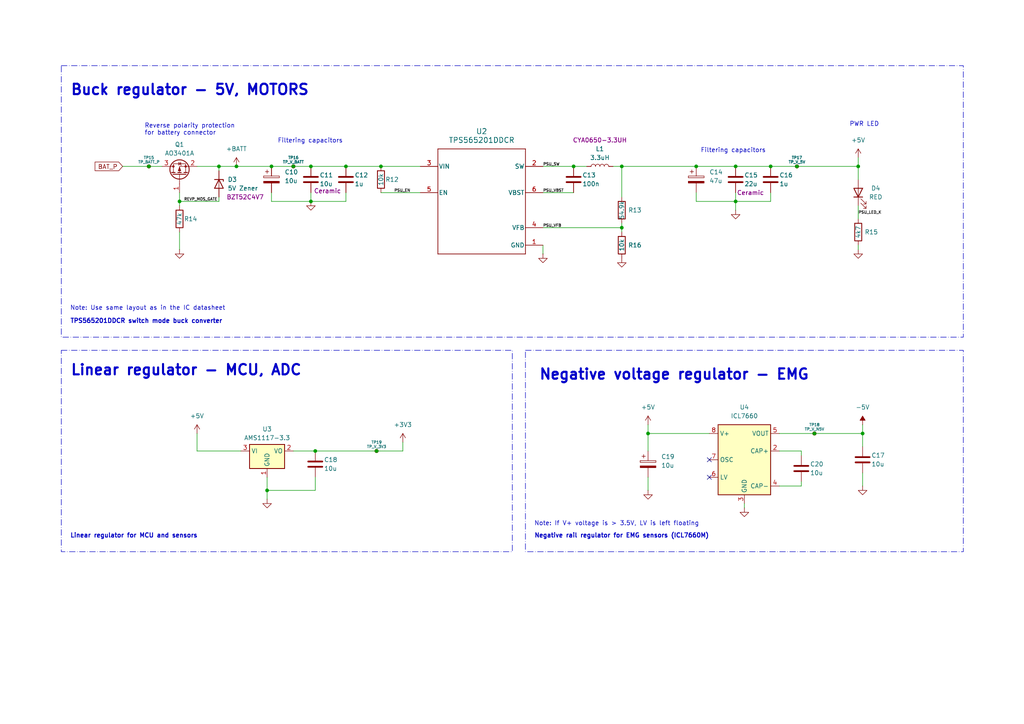
<source format=kicad_sch>
(kicad_sch (version 20231120) (generator "eeschema") (generator_version "8.0")
  (paper "A4")
  (title_block (title "OpenHand prosthetic hand controller project") (date "2024-01-31") (rev "v1.0") (comment 1 "Aleksa Heler"))
  (lib_symbols
    (symbol "+3V3_1" (power) (pin_numbers hide) (pin_names (offset 0) hide)
      (property "Value" "+3V3" (at 0 3.556 0))
      (symbol "+3V3_1_0_1"
        (polyline (pts (xy -0.762 1.27) (xy 0 2.54)))
        (polyline (pts (xy 0 0) (xy 0 2.54)))
        (polyline (pts (xy 0 2.54) (xy 0.762 1.27)))
      )
      (symbol "+3V3_1_1_1"
        (pin power_in line (at 0 0 90) (length 0) (name "~") (number "1"))
      )
    )
    (symbol "AO3401A_1" (pin_names hide)
      (property "Reference" "Q" (at 5.08 1.905 0))
      (property "Value" "AO3401A" (at 5.08 0 0))
      (symbol "AO3401A_1_0_1"
        (polyline (pts (xy 0.254 0) (xy -2.54 0)))
        (polyline (pts (xy 0.254 1.905) (xy 0.254 -1.905)) (stroke (width 0.254)))
        (polyline (pts (xy 0.762 -1.27) (xy 0.762 -2.286)) (stroke (width 0.254)))
        (polyline (pts (xy 0.762 0.508) (xy 0.762 -0.508)) (stroke (width 0.254)))
        (polyline (pts (xy 0.762 2.286) (xy 0.762 1.27)) (stroke (width 0.254)))
        (polyline (pts (xy 2.54 2.54) (xy 2.54 1.778)))
        (polyline (pts (xy 2.54 -2.54) (xy 2.54 0) (xy 0.762 0)))
        (polyline (pts (xy 0.762 1.778) (xy 3.302 1.778) (xy 3.302 -1.778) (xy 0.762 -1.778)))
        (polyline (pts (xy 2.286 0) (xy 1.27 0.381) (xy 1.27 -0.381) (xy 2.286 0)) (fill (type outline)))
        (polyline (pts (xy 2.794 -0.508) (xy 2.921 -0.381) (xy 3.683 -0.381) (xy 3.81 -0.254)))
        (polyline (pts (xy 3.302 -0.381) (xy 2.921 0.254) (xy 3.683 0.254) (xy 3.302 -0.381)))
        (circle (center 1.651 0) (radius 2.794) (stroke (width 0.254)))
        (circle (center 2.54 -1.778) (radius 0.254) (fill (type outline)))
        (circle (center 2.54 1.778) (radius 0.254) (fill (type outline)))
      )
      (symbol "AO3401A_1_1_1"
        (pin input line (at -5.08 0 0) (length 2.54) (name "G") (number "1"))
        (pin passive line (at 2.54 -5.08 90) (length 2.54) (name "S") (number "2"))
        (pin passive line (at 2.54 5.08 270) (length 2.54) (name "D") (number "3"))
      )
    )
    (symbol "Connector:TestPoint_Small" (pin_numbers hide) (pin_names (offset 0.762) hide)
      (property "Reference" "TP" (at 0 3.81 0))
      (property "Value" "TestPoint_Small" (at 0 2.032 0))
      (symbol "TestPoint_Small_0_1"
        (circle (center 0 0) (radius 0.508))
      )
      (symbol "TestPoint_Small_1_1"
        (pin passive line (at 0 0 90) (length 0) (name "1") (number "1"))
      )
    )
    (symbol "Device:C" (pin_numbers hide) (pin_names (offset 0.254))
      (property "Reference" "C" (at 0.635 2.54 0))
      (property "Value" "C" (at 0.635 -2.54 0))
      (symbol "C_0_1"
        (polyline (pts (xy -2.032 -0.762) (xy 2.032 -0.762)) (stroke (width 0.508)))
        (polyline (pts (xy -2.032 0.762) (xy 2.032 0.762)) (stroke (width 0.508)))
      )
      (symbol "C_1_1"
        (pin passive line (at 0 3.81 270) (length 2.794) (name "~") (number "1"))
        (pin passive line (at 0 -3.81 90) (length 2.794) (name "~") (number "2"))
      )
    )
    (symbol "Device:C_Polarized" (pin_numbers hide) (pin_names (offset 0.254))
      (property "Reference" "C" (at 0.635 2.54 0))
      (property "Value" "C_Polarized" (at 0.635 -2.54 0))
      (symbol "C_Polarized_0_1"
        (rectangle (start -2.286 0.508) (end 2.286 1.016))
        (polyline (pts (xy -1.778 2.286) (xy -0.762 2.286)))
        (polyline (pts (xy -1.27 2.794) (xy -1.27 1.778)))
        (rectangle (start 2.286 -0.508) (end -2.286 -1.016) (fill (type outline)))
      )
      (symbol "C_Polarized_1_1"
        (pin passive line (at 0 3.81 270) (length 2.794) (name "~") (number "1"))
        (pin passive line (at 0 -3.81 90) (length 2.794) (name "~") (number "2"))
      )
    )
    (symbol "Device:D_Zener" (pin_numbers hide) (pin_names (offset 1.016) hide)
      (property "Reference" "D" (at 0 2.54 0))
      (property "Value" "D_Zener" (at 0 -2.54 0))
      (symbol "D_Zener_0_1"
        (polyline (pts (xy 1.27 0) (xy -1.27 0)))
        (polyline (pts (xy -1.27 -1.27) (xy -1.27 1.27) (xy -0.762 1.27)) (stroke (width 0.254)))
        (polyline (pts (xy 1.27 -1.27) (xy 1.27 1.27) (xy -1.27 0) (xy 1.27 -1.27)) (stroke (width 0.254)))
      )
      (symbol "D_Zener_1_1"
        (pin passive line (at -3.81 0 0) (length 2.54) (name "K") (number "1"))
        (pin passive line (at 3.81 0 180) (length 2.54) (name "A") (number "2"))
      )
    )
    (symbol "Device:L" (pin_numbers hide) (pin_names (offset 1.016) hide)
      (property "Reference" "L" (at -1.27 0 90))
      (property "Value" "L" (at 1.905 0 90))
      (symbol "L_0_1"
        (arc (start 0 -2.54) (mid 0.6323 -1.905) (end 0 -1.27))
        (arc (start 0 -1.27) (mid 0.6323 -0.635) (end 0 0))
        (arc (start 0 0) (mid 0.6323 0.635) (end 0 1.27))
        (arc (start 0 1.27) (mid 0.6323 1.905) (end 0 2.54))
      )
      (symbol "L_1_1"
        (pin passive line (at 0 3.81 270) (length 1.27) (name "1") (number "1"))
        (pin passive line (at 0 -3.81 90) (length 1.27) (name "2") (number "2"))
      )
    )
    (symbol "Device:LED" (pin_numbers hide) (pin_names (offset 1.016) hide)
      (property "Reference" "D" (at 0 2.54 0))
      (property "Value" "LED" (at 0 -2.54 0))
      (symbol "LED_0_1"
        (polyline (pts (xy -1.27 -1.27) (xy -1.27 1.27)) (stroke (width 0.254)))
        (polyline (pts (xy -1.27 0) (xy 1.27 0)))
        (polyline (pts (xy 1.27 -1.27) (xy 1.27 1.27) (xy -1.27 0) (xy 1.27 -1.27)) (stroke (width 0.254)))
        (polyline (pts (xy -3.048 -0.762) (xy -4.572 -2.286) (xy -3.81 -2.286) (xy -4.572 -2.286) (xy -4.572 -1.524)))
        (polyline (pts (xy -1.778 -0.762) (xy -3.302 -2.286) (xy -2.54 -2.286) (xy -3.302 -2.286) (xy -3.302 -1.524)))
      )
      (symbol "LED_1_1"
        (pin passive line (at -3.81 0 0) (length 2.54) (name "K") (number "1"))
        (pin passive line (at 3.81 0 180) (length 2.54) (name "A") (number "2"))
      )
    )
    (symbol "Device:R" (pin_numbers hide) (pin_names (offset 0))
      (property "Reference" "R" (at 2.032 0 90))
      (property "Value" "R" (at 0 0 90))
      (symbol "R_0_1"
        (rectangle (start -1.016 -2.54) (end 1.016 2.54) (stroke (width 0.254)))
      )
      (symbol "R_1_1"
        (pin passive line (at 0 3.81 270) (length 1.27) (name "~") (number "1"))
        (pin passive line (at 0 -3.81 90) (length 1.27) (name "~") (number "2"))
      )
    )
    (symbol "Regulator_Linear:AMS1117-3.3"
      (property "Reference" "U" (at -3.81 3.175 0))
      (property "Value" "AMS1117-3.3" (at 0 3.175 0))
      (symbol "AMS1117-3.3_0_1"
        (rectangle (start -5.08 -5.08) (end 5.08 1.905) (stroke (width 0.254)) (fill (type background)))
      )
      (symbol "AMS1117-3.3_1_1"
        (pin power_in line (at 0 -7.62 90) (length 2.54) (name "GND") (number "1"))
        (pin power_out line (at 7.62 0 180) (length 2.54) (name "VO") (number "2"))
        (pin power_in line (at -7.62 0 0) (length 2.54) (name "VI") (number "3"))
      )
    )
    (symbol "Regulator_SwitchedCapacitor:ICL7660"
      (property "Reference" "U" (at -6.35 11.43 0))
      (property "Value" "ICL7660" (at 3.81 11.43 0))
      (symbol "ICL7660_0_1"
        (rectangle (start -7.62 10.16) (end 7.62 -10.16) (stroke (width 0.254)) (fill (type background)))
      )
      (symbol "ICL7660_1_1"
        (pin no_connect line (at -7.62 5.08 0) (length 2.54) hide (name "NC") (number "1"))
        (pin input line (at 10.16 2.54 180) (length 2.54) (name "CAP+") (number "2"))
        (pin power_in line (at 0 -12.7 90) (length 2.54) (name "GND") (number "3"))
        (pin input line (at 10.16 -7.62 180) (length 2.54) (name "CAP-") (number "4"))
        (pin power_out line (at 10.16 7.62 180) (length 2.54) (name "VOUT") (number "5"))
        (pin input line (at -10.16 -5.08 0) (length 2.54) (name "LV") (number "6"))
        (pin input line (at -10.16 0 0) (length 2.54) (name "OSC") (number "7"))
        (pin power_in line (at -10.16 7.62 0) (length 2.54) (name "V+") (number "8"))
      )
    )
    (symbol "TPS565201DDCR:TPS565201DDCR" (pin_names (offset 0.254))
      (property "Reference" "U" (at 0 2.54 0))
      (property "Value" "TPS565201DDCR" (at 0 0 0))
      (symbol "TPS565201DDCR_0_1"
        (polyline (pts (xy -12.7 -15.24) (xy 12.7 -15.24)) (stroke (width 0.2032)))
        (polyline (pts (xy -12.7 15.24) (xy -12.7 -15.24)) (stroke (width 0.2032)))
        (polyline (pts (xy 12.7 -15.24) (xy 12.7 15.24)) (stroke (width 0.2032)))
        (polyline (pts (xy 12.7 15.24) (xy -12.7 15.24)) (stroke (width 0.2032)))
        (pin power_in line (at 17.78 -12.7 180) (length 5.08) (name "GND") (number "1"))
        (pin power_in line (at 17.78 10.16 180) (length 5.08) (name "SW") (number "2"))
        (pin power_in line (at -17.78 10.16 0) (length 5.08) (name "VIN") (number "3"))
        (pin input line (at 17.78 -7.62 180) (length 5.08) (name "VFB") (number "4"))
        (pin input line (at -17.78 2.54 0) (length 5.08) (name "EN") (number "5"))
        (pin power_in line (at 17.78 2.54 180) (length 5.08) (name "VBST") (number "6"))
      )
    )
    (symbol "power:+5V" (power) (pin_names (offset 0))
      (property "Value" "+5V" (at 0 3.556 0))
      (symbol "+5V_0_1"
        (polyline (pts (xy -0.762 1.27) (xy 0 2.54)))
        (polyline (pts (xy 0 0) (xy 0 2.54)))
        (polyline (pts (xy 0 2.54) (xy 0.762 1.27)))
      )
      (symbol "+5V_1_1"
        (pin power_in line (at 0 0 90) (length 0) hide (name "+5V") (number "1"))
      )
    )
    (symbol "power:+BATT" (power) (pin_numbers hide) (pin_names (offset 0) hide)
      (property "Value" "+BATT" (at 0 3.556 0))
      (symbol "+BATT_0_1"
        (polyline (pts (xy -0.762 1.27) (xy 0 2.54)))
        (polyline (pts (xy 0 0) (xy 0 2.54)))
        (polyline (pts (xy 0 2.54) (xy 0.762 1.27)))
      )
      (symbol "+BATT_1_1"
        (pin power_in line (at 0 0 90) (length 0) (name "~") (number "1"))
      )
    )
    (symbol "power:-5V" (power) (pin_numbers hide) (pin_names (offset 0) hide)
      (property "Value" "-5V" (at 0 3.556 0))
      (symbol "-5V_0_0"
        (pin power_in line (at 0 0 90) (length 0) (name "~") (number "1"))
      )
      (symbol "-5V_0_1"
        (polyline (pts (xy 0 0) (xy 0 1.27) (xy 0.762 1.27) (xy 0 2.54) (xy -0.762 1.27) (xy 0 1.27)) (fill (type outline)))
      )
    )
    (symbol "power:GND" (power) (pin_numbers hide) (pin_names (offset 0) hide)
      (property "Value" "GND" (at 0 -3.81 0))
      (symbol "GND_0_1"
        (polyline (pts (xy 0 0) (xy 0 -1.27) (xy 1.27 -1.27) (xy 0 -2.54) (xy -1.27 -1.27) (xy 0 -1.27)))
      )
      (symbol "GND_1_1"
        (pin power_in line (at 0 0 270) (length 0) (name "~") (number "1"))
      )
    )
  )
  (junction (at 201.93 48.26))
  (junction (at 52.07 58.42))
  (junction (at 43.18 48.26))
  (junction (at 250.19 125.73))
  (junction (at 187.96 125.73))
  (junction (at 231.14 48.26))
  (junction (at 100.33 48.26))
  (junction (at 110.49 48.26))
  (junction (at 109.22 130.81))
  (junction (at 223.52 48.26))
  (junction (at 78.74 48.26))
  (junction (at 236.22 125.73))
  (junction (at 91.44 130.81))
  (junction (at 248.92 48.26))
  (junction (at 213.36 48.26))
  (junction (at 180.34 48.26))
  (junction (at 77.47 142.24))
  (junction (at 68.58 48.26))
  (junction (at 213.36 58.42))
  (junction (at 166.37 48.26))
  (junction (at 90.17 58.42))
  (junction (at 85.09 48.26))
  (junction (at 90.17 48.26))
  (junction (at 180.34 66.04))
  (junction (at 63.5 48.26))
  (no_connect (at 205.74 133.35))
  (no_connect (at 205.74 138.43))
  (wire (pts (xy 223.52 48.26) (xy 231.14 48.26)))
  (wire (pts (xy 180.34 48.26) (xy 201.93 48.26)))
  (wire (pts (xy 180.34 48.26) (xy 180.34 57.15)))
  (wire (pts (xy 90.17 55.88) (xy 90.17 58.42)))
  (wire (pts (xy 187.96 130.81) (xy 187.96 125.73)))
  (wire (pts (xy 63.5 57.15) (xy 63.5 58.42)))
  (wire (pts (xy 213.36 58.42) (xy 223.52 58.42)))
  (wire (pts (xy 248.92 71.12) (xy 248.92 72.39)))
  (wire (pts (xy 232.41 139.7) (xy 232.41 140.97)))
  (wire (pts (xy 57.15 130.81) (xy 69.85 130.81)))
  (wire (pts (xy 248.92 48.26) (xy 248.92 52.07)))
  (wire (pts (xy 157.48 48.26) (xy 166.37 48.26)))
  (wire (pts (xy 248.92 45.72) (xy 248.92 48.26)))
  (wire (pts (xy 57.15 125.73) (xy 57.15 130.81)))
  (wire (pts (xy 57.15 48.26) (xy 63.5 48.26)))
  (wire (pts (xy 177.8 48.26) (xy 180.34 48.26)))
  (wire (pts (xy 187.96 125.73) (xy 205.74 125.73)))
  (wire (pts (xy 109.22 130.81) (xy 116.84 130.81)))
  (wire (pts (xy 77.47 138.43) (xy 77.47 142.24)))
  (wire (pts (xy 187.96 123.19) (xy 187.96 125.73)))
  (wire (pts (xy 52.07 67.31) (xy 52.07 72.39)))
  (wire (pts (xy 232.41 130.81) (xy 232.41 132.08)))
  (wire (pts (xy 77.47 142.24) (xy 91.44 142.24)))
  (wire (pts (xy 52.07 58.42) (xy 52.07 59.69)))
  (wire (pts (xy 201.93 48.26) (xy 213.36 48.26)))
  (wire (pts (xy 85.09 48.26) (xy 90.17 48.26)))
  (wire (pts (xy 110.49 48.26) (xy 121.92 48.26)))
  (wire (pts (xy 215.9 146.05) (xy 215.9 147.32)))
  (wire (pts (xy 43.18 48.26) (xy 46.99 48.26)))
  (wire (pts (xy 90.17 48.26) (xy 100.33 48.26)))
  (wire (pts (xy 248.92 59.69) (xy 248.92 63.5)))
  (wire (pts (xy 110.49 55.88) (xy 121.92 55.88)))
  (wire (pts (xy 100.33 58.42) (xy 100.33 55.88)))
  (wire (pts (xy 250.19 129.54) (xy 250.19 125.73)))
  (wire (pts (xy 201.93 55.88) (xy 201.93 58.42)))
  (wire (pts (xy 213.36 55.88) (xy 213.36 58.42)))
  (wire (pts (xy 90.17 58.42) (xy 100.33 58.42)))
  (wire (pts (xy 91.44 130.81) (xy 109.22 130.81)))
  (wire (pts (xy 213.36 58.42) (xy 213.36 60.96)))
  (wire (pts (xy 63.5 48.26) (xy 68.58 48.26)))
  (wire (pts (xy 91.44 138.43) (xy 91.44 142.24)))
  (wire (pts (xy 63.5 49.53) (xy 63.5 48.26)))
  (wire (pts (xy 77.47 142.24) (xy 77.47 144.78)))
  (wire (pts (xy 78.74 58.42) (xy 90.17 58.42)))
  (wire (pts (xy 52.07 55.88) (xy 52.07 58.42)))
  (wire (pts (xy 35.56 48.26) (xy 43.18 48.26)))
  (wire (pts (xy 52.07 58.42) (xy 63.5 58.42)))
  (wire (pts (xy 236.22 125.73) (xy 250.19 125.73)))
  (wire (pts (xy 250.19 125.73) (xy 250.19 123.19)))
  (wire (pts (xy 78.74 55.88) (xy 78.74 58.42)))
  (wire (pts (xy 226.06 125.73) (xy 236.22 125.73)))
  (wire (pts (xy 226.06 130.81) (xy 232.41 130.81)))
  (wire (pts (xy 78.74 48.26) (xy 85.09 48.26)))
  (wire (pts (xy 157.48 66.04) (xy 180.34 66.04)))
  (wire (pts (xy 157.48 73.66) (xy 157.48 71.12)))
  (wire (pts (xy 100.33 48.26) (xy 110.49 48.26)))
  (wire (pts (xy 68.58 48.26) (xy 78.74 48.26)))
  (wire (pts (xy 223.52 48.26) (xy 213.36 48.26)))
  (wire (pts (xy 226.06 140.97) (xy 232.41 140.97)))
  (wire (pts (xy 85.09 130.81) (xy 91.44 130.81)))
  (wire (pts (xy 166.37 48.26) (xy 170.18 48.26)))
  (wire (pts (xy 157.48 55.88) (xy 166.37 55.88)))
  (wire (pts (xy 116.84 130.81) (xy 116.84 128.27)))
  (wire (pts (xy 223.52 58.42) (xy 223.52 55.88)))
  (wire (pts (xy 180.34 66.04) (xy 180.34 67.31)))
  (wire (pts (xy 250.19 140.97) (xy 250.19 137.16)))
  (wire (pts (xy 231.14 48.26) (xy 248.92 48.26)))
  (wire (pts (xy 187.96 142.24) (xy 187.96 138.43)))
  (wire (pts (xy 201.93 58.42) (xy 213.36 58.42)))
  (wire (pts (xy 180.34 64.77) (xy 180.34 66.04)))
  (rectangle (start 17.78 101.6) (end 148.59 160.02) (stroke (width 0) (type dash_dot)))
  (rectangle (start 17.78 19.05) (end 279.4 97.79) (stroke (width 0) (type dash_dot)))
  (rectangle (start 152.4 101.6) (end 279.4 160.02) (stroke (width 0) (type dash_dot)))
  (text "Linear regulator - MCU, ADC" (at 20.32 109.22 0) (effects (font (size 3 3) (thickness 0.6) (bold yes)) (justify left bottom)))
  (text "Note: Use same layout as in the IC datasheet" (at 20.32 90.17 0) (effects (font (size 1.27 1.27)) (justify left bottom)))
  (text "Filtering capacitors" (at 203.2 44.45 0) (effects (font (size 1.27 1.27)) (justify left bottom)))
  (text "PWR LED" (at 246.38 36.83 0) (effects (font (size 1.27 1.27)) (justify left bottom)))
  (text "Note: If V+ voltage is > 3.5V, LV is left floating" (at 154.94 152.654 0) (effects (font (size 1.27 1.27)) (justify left bottom)))
  (text "Negative voltage regulator - EMG" (at 156.21 110.49 0) (effects (font (size 3 3) (thickness 0.6) (bold yes)) (justify left bottom)))
  (text "Buck regulator - 5V, MOTORS" (at 20.32 27.94 0) (effects (font (size 3 3) (thickness 0.6) (bold yes)) (justify left bottom)))
  (text "TPS565201DDCR switch mode buck converter" (at 20.32 93.98 0) (effects (font (size 1.27 1.27) (bold yes)) (justify left bottom)))
  (text "Negative rail regulator for EMG sensors (ICL7660M)" (at 154.94 156.21 0) (effects (font (size 1.27 1.27) (thickness 0.254) (bold yes)) (justify left bottom)))
  (text "Linear regulator for MCU and sensors" (at 20.32 156.21 0) (effects (font (size 1.27 1.27) (thickness 0.254) (bold yes)) (justify left bottom)))
  (text "Filtering capacitors" (at 80.518 41.656 0) (effects (font (size 1.27 1.27)) (justify left bottom)))
  (text "Reverse polarity protection \nfor battery connector" (at 41.91 39.37 0) (effects (font (size 1.27 1.27)) (justify left bottom)))
  (label "PSU_LED_K" (at 248.92 62.23 0) (effects (font (size 0.8 0.8))))
  (label "PSU_SW" (at 157.48 48.26 0) (effects (font (size 0.8 0.8))))
  (label "PSU_VFB" (at 157.48 66.04 0) (effects (font (size 0.8 0.8))))
  (label "REVP_MOS_GATE" (at 53.34 58.42 0) (effects (font (size 0.8 0.8))))
  (label "PSU_VBST" (at 157.48 55.88 0) (effects (font (size 0.8 0.8))))
  (label "PSU_EN" (at 114.3 55.88 0) (effects (font (size 0.8 0.8))))
  (global_label "BAT_P" (shape input) (at 35.56 48.26 180) (property "Intersheetrefs" "${INTERSHEET_REFS}" (effects (hide yes))))
  (symbol (lib_id "Device:D_Zener") (at 63.5 53.34 270) (unit 1)
    (property "Reference" "D3" (at 66.04 52.07 90) (effects (justify left)))
    (property "Value" "5V Zener" (at 66.04 54.61 90) (effects (justify left)))
    (property "Footprint" "Diode_SMD:D_SOD-123" (effects (hide yes)))
    (property "Part Number" "BZT52C4V7" (at 71.12 57.15 90))
  )
  (symbol (lib_id "power:GND") (at 157.48 73.66 0) (unit 1)
    (property "Reference" "#PWR042" (effects (hide yes)))
    (property "Value" "GND" (effects (hide yes)))
    (property "Description" "Power symbol creates a global label with name \"GND\" , ground" (effects (hide yes)))
  )
  (symbol (lib_id "TPS565201DDCR:TPS565201DDCR") (at 139.7 58.42 0) (unit 1)
    (property "Reference" "U2" (at 139.7 38.1 0) (effects (font (size 1.524 1.524))))
    (property "Value" "TPS565201DDCR" (at 139.7 40.64 0) (effects (font (size 1.524 1.524))))
    (property "Footprint" "TPS565201DDCR:TPS565201DDCR_L" (effects (hide yes)))
    (property "Datasheet" "TPS565201DDCR" (effects (hide yes)))
  )
  (symbol (lib_name "+3V3_1") (lib_id "power:+3V3") (at 116.84 128.27 0) (unit 1)
    (property "Reference" "#PWR047" (effects (hide yes)))
    (property "Value" "+3V3" (at 116.84 123.19 0))
    (property "Description" "Power symbol creates a global label with name \"+3V3\"" (effects (hide yes)))
  )
  (symbol (lib_id "power:GND") (at 180.34 74.93 0) (unit 1)
    (property "Reference" "#PWR043" (effects (hide yes)))
    (property "Value" "GND" (effects (hide yes)))
    (property "Description" "Power symbol creates a global label with name \"GND\" , ground" (effects (hide yes)))
  )
  (symbol (lib_id "Regulator_Linear:AMS1117-3.3") (at 77.47 130.81 0) (unit 1)
    (property "Reference" "U3" (at 77.47 124.46 0))
    (property "Value" "AMS1117-3.3" (at 77.47 127 0))
    (property "Footprint" "Package_TO_SOT_SMD:SOT-223-3_TabPin2" (effects (hide yes)))
    (property "Datasheet" "http://www.advanced-monolithic.com/pdf/ds1117.pdf" (effects (hide yes)))
  )
  (symbol (lib_id "power:+5V") (at 57.15 125.73 0) (unit 1)
    (property "Reference" "#PWR046" (effects (hide yes)))
    (property "Value" "+5V" (at 57.15 120.65 0))
    (property "Description" "Power symbol creates a global label with name \"+5V\"" (effects (hide yes)))
  )
  (symbol (lib_id "power:GND") (at 213.36 60.96 0) (unit 1)
    (property "Reference" "#PWR039" (effects (hide yes)))
    (property "Value" "GND" (effects (hide yes)))
    (property "Description" "Power symbol creates a global label with name \"GND\" , ground" (effects (hide yes)))
  )
  (symbol (lib_id "power:+5V") (at 248.92 45.72 0) (unit 1)
    (property "Reference" "#PWR036" (effects (hide yes)))
    (property "Value" "+5V" (at 248.92 40.64 0))
    (property "Description" "Power symbol creates a global label with name \"+5V\"" (effects (hide yes)))
  )
  (symbol (lib_id "Device:R") (at 52.07 63.5 180) (unit 1)
    (property "Reference" "R14" (at 53.34 63.5 0) (effects (justify right)))
    (property "Value" "47k" (at 52.07 63.5 90))
    (property "Footprint" "Resistor_SMD:R_0805_2012Metric" (effects (hide yes)))
  )
  (symbol (lib_id "Device:C") (at 90.17 52.07 0) (unit 1)
    (property "Reference" "C11" (at 92.71 50.8 0) (effects (justify left)))
    (property "Value" "10u" (at 92.71 53.34 0) (effects (justify left)))
    (property "Footprint" "Capacitor_SMD:C_0805_2012Metric" (effects (hide yes)))
    (property "Description" "Ceramic" (at 94.996 55.372 0))
  )
  (symbol (lib_id "Device:C") (at 213.36 52.07 0) (unit 1)
    (property "Reference" "C15" (at 215.9 50.8 0) (effects (justify left)))
    (property "Value" "22u" (at 215.9 53.34 0) (effects (justify left)))
    (property "Footprint" "Capacitor_SMD:C_0805_2012Metric" (effects (hide yes)))
    (property "Description" "Ceramic" (at 217.678 55.88 0))
  )
  (symbol (lib_id "Device:L") (at 173.99 48.26 90) (unit 1)
    (property "Reference" "L1" (at 173.99 43.18 90))
    (property "Value" "3.3uH" (at 173.99 45.72 90))
    (property "Footprint" "Inductor_SMD:L_Bourns_SRP7028A_7.3x6.6mm" (effects (hide yes)))
    (property "Datasheet" "https://www.lcsc.com/product-detail/Inductors-SMD_SHOU-HAN-CYA0650-3-3UH_C5189753.html" (effects (hide yes)))
    (property "Part Number" "CYA0650-3.3UH" (at 173.99 40.64 90))
  )
  (symbol (lib_id "Connector:TestPoint_Small") (at 236.22 125.73 180) (unit 1)
    (property "Reference" "TP18" (at 236.22 123.19 0) (effects (font (size 0.8 0.8))))
    (property "Value" "TP_V_N5V" (at 236.22 124.46 0) (effects (font (size 0.8 0.8))))
    (property "Footprint" "TestPoint:TestPoint_Pad_D2.0mm" (effects (hide yes)))
  )
  (symbol (lib_id "power:GND") (at 250.19 140.97 0) (unit 1)
    (property "Reference" "#PWR048" (effects (hide yes)))
    (property "Value" "GND" (effects (hide yes)))
    (property "Description" "Power symbol creates a global label with name \"GND\" , ground" (effects (hide yes)))
  )
  (symbol (lib_id "Device:R") (at 180.34 60.96 0) (unit 1)
    (property "Reference" "R13" (at 184.15 60.96 0))
    (property "Value" "54.9k" (at 180.34 60.96 90))
    (property "Footprint" "Resistor_SMD:R_0805_2012Metric" (effects (hide yes)))
  )
  (symbol (lib_id "Connector:TestPoint_Small") (at 43.18 48.26 180) (unit 1)
    (property "Reference" "TP15" (at 43.18 45.72 0) (effects (font (size 0.8 0.8))))
    (property "Value" "TP_BATT_P" (at 43.18 46.99 0) (effects (font (size 0.8 0.8))))
    (property "Footprint" "TestPoint:TestPoint_Pad_D1.0mm" (effects (hide yes)))
  )
  (symbol (lib_id "Device:R") (at 248.92 67.31 0) (unit 1)
    (property "Reference" "R15" (at 252.73 67.31 0))
    (property "Value" "4k7" (at 248.92 67.31 90))
    (property "Footprint" "Resistor_SMD:R_0805_2012Metric" (effects (hide yes)))
  )
  (symbol (lib_id "power:-5V") (at 250.19 123.19 0) (unit 1)
    (property "Reference" "#PWR045" (effects (hide yes)))
    (property "Value" "-5V" (at 250.19 118.11 0))
    (property "Description" "Power symbol creates a global label with name \"-5V\"" (effects (hide yes)))
  )
  (symbol (lib_id "Device:LED") (at 248.92 55.88 90) (unit 1)
    (property "Reference" "D4" (at 254 54.61 90))
    (property "Value" "RED" (at 254 57.15 90))
    (property "Footprint" "LED_SMD:LED_1210_3225Metric" (effects (hide yes)))
  )
  (symbol (lib_id "Connector:TestPoint_Small") (at 231.14 48.26 180) (unit 1)
    (property "Reference" "TP17" (at 231.14 45.72 0) (effects (font (size 0.8 0.8))))
    (property "Value" "TP_V_5V" (at 231.14 46.99 0) (effects (font (size 0.8 0.8))))
    (property "Footprint" "TestPoint:TestPoint_Pad_D2.0mm" (effects (hide yes)))
  )
  (symbol (lib_id "power:GND") (at 215.9 147.32 0) (unit 1)
    (property "Reference" "#PWR051" (effects (hide yes)))
    (property "Value" "GND" (effects (hide yes)))
    (property "Description" "Power symbol creates a global label with name \"GND\" , ground" (effects (hide yes)))
  )
  (symbol (lib_id "Device:C") (at 100.33 52.07 0) (unit 1)
    (property "Reference" "C12" (at 102.87 50.8 0) (effects (justify left)))
    (property "Value" "1u" (at 102.87 53.34 0) (effects (justify left)))
    (property "Footprint" "Capacitor_SMD:C_0805_2012Metric" (effects (hide yes)))
  )
  (symbol (lib_id "Connector:TestPoint_Small") (at 85.09 48.26 180) (unit 1)
    (property "Reference" "TP16" (at 85.09 45.72 0) (effects (font (size 0.8 0.8))))
    (property "Value" "TP_V_BATT" (at 85.09 46.99 0) (effects (font (size 0.8 0.8))))
    (property "Footprint" "TestPoint:TestPoint_Pad_D1.0mm" (effects (hide yes)))
  )
  (symbol (lib_id "Device:C_Polarized") (at 187.96 134.62 0) (unit 1)
    (property "Reference" "C19" (at 191.77 132.4609 0) (effects (justify left)))
    (property "Value" "10u" (at 191.77 135.0009 0) (effects (justify left)))
    (property "Footprint" "Capacitor_SMD:CP_Elec_4x5.4" (effects (hide yes)))
    (property "Description" "Polarized capacitor" (effects (hide yes)))
  )
  (symbol (lib_id "Device:R") (at 110.49 52.07 180) (unit 1)
    (property "Reference" "R12" (at 111.76 52.07 0) (effects (justify right)))
    (property "Value" "10k" (at 110.49 52.07 90))
    (property "Footprint" "Resistor_SMD:R_0805_2012Metric" (effects (hide yes)))
  )
  (symbol (lib_id "Device:R") (at 180.34 71.12 0) (unit 1)
    (property "Reference" "R16" (at 184.15 71.12 0))
    (property "Value" "10k" (at 180.34 71.12 90))
    (property "Footprint" "Resistor_SMD:R_0805_2012Metric" (effects (hide yes)))
  )
  (symbol (lib_id "Device:C") (at 166.37 52.07 0) (unit 1)
    (property "Reference" "C13" (at 168.91 50.8 0) (effects (justify left)))
    (property "Value" "100n" (at 168.91 53.34 0) (effects (justify left)))
    (property "Footprint" "Capacitor_SMD:C_0805_2012Metric" (effects (hide yes)))
  )
  (symbol (lib_id "power:GND") (at 90.17 58.42 0) (unit 1)
    (property "Reference" "#PWR038" (effects (hide yes)))
    (property "Value" "GND" (effects (hide yes)))
    (property "Description" "Power symbol creates a global label with name \"GND\" , ground" (effects (hide yes)))
  )
  (symbol (lib_name "AO3401A_1") (lib_id "Transistor_FET:AO3401A") (at 52.07 50.8 90) (unit 1)
    (property "Reference" "Q1" (at 52.07 41.91 90))
    (property "Value" "AO3401A" (at 52.07 44.45 90))
    (property "Footprint" "Package_TO_SOT_SMD:SOT-23" (effects (hide yes)))
    (property "Datasheet" "http://www.aosmd.com/pdfs/datasheet/AO3401A.pdf" (effects (hide yes)))
    (property "Description" "-4.0A Id, -30V Vds, P-Channel MOSFET, SOT-23" (effects (hide yes)))
  )
  (symbol (lib_id "Device:C_Polarized") (at 201.93 52.07 0) (unit 1)
    (property "Reference" "C14" (at 205.74 49.9109 0) (effects (justify left)))
    (property "Value" "47u" (at 205.74 52.4509 0) (effects (justify left)))
    (property "Footprint" "Capacitor_SMD:CP_Elec_6.3x5.4" (effects (hide yes)))
    (property "Description" "Polarized capacitor" (effects (hide yes)))
  )
  (symbol (lib_id "power:+5V") (at 187.96 123.19 0) (unit 1)
    (property "Reference" "#PWR044" (effects (hide yes)))
    (property "Value" "+5V" (at 187.96 118.11 0))
    (property "Description" "Power symbol creates a global label with name \"+5V\"" (effects (hide yes)))
  )
  (symbol (lib_id "Device:C") (at 223.52 52.07 0) (unit 1)
    (property "Reference" "C16" (at 226.06 50.8 0) (effects (justify left)))
    (property "Value" "1u" (at 226.06 53.34 0) (effects (justify left)))
    (property "Footprint" "Capacitor_SMD:C_0805_2012Metric" (effects (hide yes)))
  )
  (symbol (lib_id "Device:C") (at 250.19 133.35 0) (unit 1)
    (property "Reference" "C17" (at 252.73 132.08 0) (effects (justify left)))
    (property "Value" "10u" (at 252.73 134.62 0) (effects (justify left)))
    (property "Footprint" "Capacitor_SMD:C_0805_2012Metric" (effects (hide yes)))
  )
  (symbol (lib_id "Device:C_Polarized") (at 78.74 52.07 0) (unit 1)
    (property "Reference" "C10" (at 82.55 49.9109 0) (effects (justify left)))
    (property "Value" "10u" (at 82.55 52.4509 0) (effects (justify left)))
    (property "Footprint" "Capacitor_SMD:CP_Elec_4x5.4" (effects (hide yes)))
    (property "Description" "Polarized capacitor" (effects (hide yes)))
  )
  (symbol (lib_id "Regulator_SwitchedCapacitor:ICL7660") (at 215.9 133.35 0) (unit 1)
    (property "Reference" "U4" (at 215.9 118.11 0))
    (property "Value" "ICL7660" (at 215.9 120.65 0))
    (property "Footprint" "Package_SO:SOP-8_3.9x4.9mm_P1.27mm" (effects (hide yes)))
    (property "Datasheet" "http://datasheets.maximintegrated.com/en/ds/ICL7660-MAX1044.pdf" (effects (hide yes)))
    (property "Description" "Switched-Capacitor Voltage Converter, 1.5V to 10.0V operating supply voltage, 10mA with a 0.5V output drop, SO-8/DIP-8/µMAX-8/TO-99" (effects (hide yes)))
  )
  (symbol (lib_id "power:GND") (at 77.47 144.78 0) (unit 1)
    (property "Reference" "#PWR050" (effects (hide yes)))
    (property "Value" "GND" (effects (hide yes)))
    (property "Description" "Power symbol creates a global label with name \"GND\" , ground" (effects (hide yes)))
  )
  (symbol (lib_id "power:+BATT") (at 68.58 48.26 0) (unit 1)
    (property "Reference" "#PWR037" (effects (hide yes)))
    (property "Value" "+BATT" (at 68.58 43.18 0))
    (property "Description" "Power symbol creates a global label with name \"+BATT\"" (effects (hide yes)))
  )
  (symbol (lib_id "Device:C") (at 232.41 135.89 0) (unit 1)
    (property "Reference" "C20" (at 234.95 134.62 0) (effects (justify left)))
    (property "Value" "10u" (at 234.95 137.16 0) (effects (justify left)))
    (property "Footprint" "Capacitor_SMD:C_0805_2012Metric" (effects (hide yes)))
  )
  (symbol (lib_id "power:GND") (at 187.96 142.24 0) (unit 1)
    (property "Reference" "#PWR049" (effects (hide yes)))
    (property "Value" "GND" (effects (hide yes)))
    (property "Description" "Power symbol creates a global label with name \"GND\" , ground" (effects (hide yes)))
  )
  (symbol (lib_id "Connector:TestPoint_Small") (at 109.22 130.81 180) (unit 1)
    (property "Reference" "TP19" (at 109.22 128.27 0) (effects (font (size 0.8 0.8))))
    (property "Value" "TP_V_3V3" (at 109.22 129.54 0) (effects (font (size 0.8 0.8))))
    (property "Footprint" "TestPoint:TestPoint_Pad_D2.0mm" (effects (hide yes)))
  )
  (symbol (lib_id "power:GND") (at 248.92 72.39 0) (unit 1)
    (property "Reference" "#PWR041" (effects (hide yes)))
    (property "Value" "GND" (effects (hide yes)))
    (property "Description" "Power symbol creates a global label with name \"GND\" , ground" (effects (hide yes)))
  )
  (symbol (lib_id "Device:C") (at 91.44 134.62 0) (unit 1)
    (property "Reference" "C18" (at 93.98 133.35 0) (effects (justify left)))
    (property "Value" "10u" (at 93.98 135.89 0) (effects (justify left)))
    (property "Footprint" "Capacitor_SMD:C_0805_2012Metric" (effects (hide yes)))
  )
  (symbol (lib_id "power:GND") (at 52.07 72.39 0) (unit 1)
    (property "Reference" "#PWR040" (effects (hide yes)))
    (property "Value" "GND" (effects (hide yes)))
    (property "Description" "Power symbol creates a global label with name \"GND\" , ground" (effects (hide yes)))
  )
)
</source>
